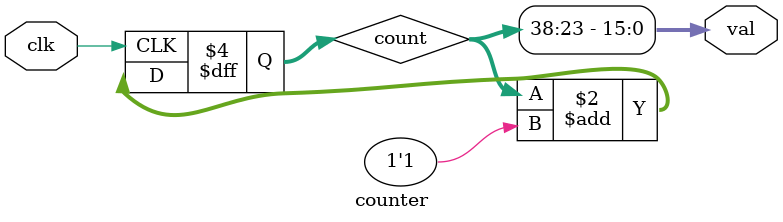
<source format=sv>
`timescale 1ns / 1ps
`default_nettype none

module counter(
    input wire clk,
    output wire [15:0] val
    );
    // output 25-28 bit
    
    logic [63:0] count = 64'b0;
    assign val = count[39:23]; // nth bit changes at clockspeed / 2^n, where n is the first bit
    // if bits were not indexed at 0, 2^n would need adjusted by 1
        
    always_ff @(posedge clk)
        count <= count + 1'b 1;
    
endmodule
</source>
